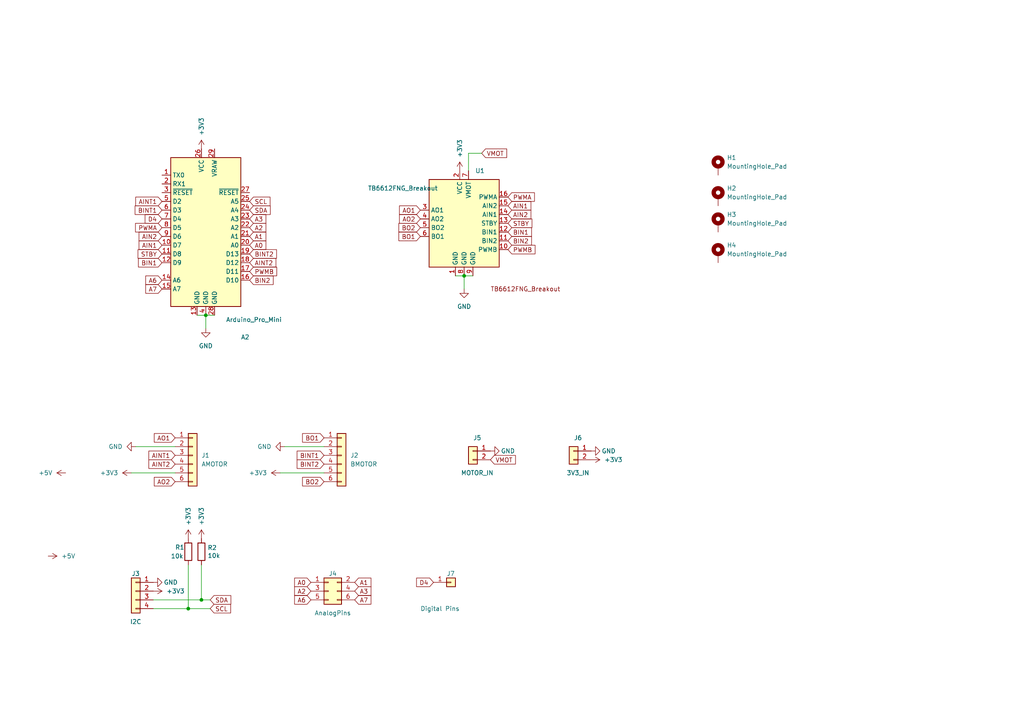
<source format=kicad_sch>
(kicad_sch (version 20230121) (generator eeschema)
  (paper "A4")
  (lib_symbols
    (symbol "Connector_Generic:Conn_01x01" (pin_names (offset 1.016) hide)
      (property "Reference" "J" (at 0 2.54 0))
      (property "Value" "Conn_01x01" (at 0 -2.54 0))
      (symbol "Conn_01x01_1_1"
        (rectangle (start -1.27 0.127) (end 0 -0.127) (stroke (width 0.1524)))
        (rectangle (start -1.27 1.27) (end 1.27 -1.27) (stroke (width 0.254)) (fill (type background)))
        (pin passive line (at -5.08 0 0) (length 3.81) (name "Pin_1") (number "1"))
      )
    )
    (symbol "Connector_Generic:Conn_01x02" (pin_names (offset 1.016) hide)
      (property "Reference" "J" (at 0 2.54 0))
      (property "Value" "Conn_01x02" (at 0 -5.08 0))
      (symbol "Conn_01x02_1_1"
        (rectangle (start -1.27 -2.413) (end 0 -2.667) (stroke (width 0.1524)))
        (rectangle (start -1.27 0.127) (end 0 -0.127) (stroke (width 0.1524)))
        (rectangle (start -1.27 1.27) (end 1.27 -3.81) (stroke (width 0.254)) (fill (type background)))
        (pin passive line (at -5.08 0 0) (length 3.81) (name "Pin_1") (number "1"))
        (pin passive line (at -5.08 -2.54 0) (length 3.81) (name "Pin_2") (number "2"))
      )
    )
    (symbol "Connector_Generic:Conn_01x04" (pin_names (offset 1.016) hide)
      (property "Reference" "J" (at 0 5.08 0))
      (property "Value" "Conn_01x04" (at 0 -7.62 0))
      (symbol "Conn_01x04_1_1"
        (rectangle (start -1.27 -4.953) (end 0 -5.207) (stroke (width 0.1524)))
        (rectangle (start -1.27 -2.413) (end 0 -2.667) (stroke (width 0.1524)))
        (rectangle (start -1.27 0.127) (end 0 -0.127) (stroke (width 0.1524)))
        (rectangle (start -1.27 2.667) (end 0 2.413) (stroke (width 0.1524)))
        (rectangle (start -1.27 3.81) (end 1.27 -6.35) (stroke (width 0.254)) (fill (type background)))
        (pin passive line (at -5.08 2.54 0) (length 3.81) (name "Pin_1") (number "1"))
        (pin passive line (at -5.08 0 0) (length 3.81) (name "Pin_2") (number "2"))
        (pin passive line (at -5.08 -2.54 0) (length 3.81) (name "Pin_3") (number "3"))
        (pin passive line (at -5.08 -5.08 0) (length 3.81) (name "Pin_4") (number "4"))
      )
    )
    (symbol "Connector_Generic:Conn_01x06" (pin_names (offset 1.016) hide)
      (property "Reference" "J" (at 0 7.62 0))
      (property "Value" "Conn_01x06" (at 0 -10.16 0))
      (symbol "Conn_01x06_1_1"
        (rectangle (start -1.27 -7.493) (end 0 -7.747) (stroke (width 0.1524)))
        (rectangle (start -1.27 -4.953) (end 0 -5.207) (stroke (width 0.1524)))
        (rectangle (start -1.27 -2.413) (end 0 -2.667) (stroke (width 0.1524)))
        (rectangle (start -1.27 0.127) (end 0 -0.127) (stroke (width 0.1524)))
        (rectangle (start -1.27 2.667) (end 0 2.413) (stroke (width 0.1524)))
        (rectangle (start -1.27 5.207) (end 0 4.953) (stroke (width 0.1524)))
        (rectangle (start -1.27 6.35) (end 1.27 -8.89) (stroke (width 0.254)) (fill (type background)))
        (pin passive line (at -5.08 5.08 0) (length 3.81) (name "Pin_1") (number "1"))
        (pin passive line (at -5.08 2.54 0) (length 3.81) (name "Pin_2") (number "2"))
        (pin passive line (at -5.08 0 0) (length 3.81) (name "Pin_3") (number "3"))
        (pin passive line (at -5.08 -2.54 0) (length 3.81) (name "Pin_4") (number "4"))
        (pin passive line (at -5.08 -5.08 0) (length 3.81) (name "Pin_5") (number "5"))
        (pin passive line (at -5.08 -7.62 0) (length 3.81) (name "Pin_6") (number "6"))
      )
    )
    (symbol "Connector_Generic:Conn_02x03_Odd_Even" (pin_names (offset 1.016) hide)
      (property "Reference" "J" (at 1.27 5.08 0))
      (property "Value" "Conn_02x03_Odd_Even" (at 1.27 -5.08 0))
      (symbol "Conn_02x03_Odd_Even_1_1"
        (rectangle (start -1.27 -2.413) (end 0 -2.667) (stroke (width 0.1524)))
        (rectangle (start -1.27 0.127) (end 0 -0.127) (stroke (width 0.1524)))
        (rectangle (start -1.27 2.667) (end 0 2.413) (stroke (width 0.1524)))
        (rectangle (start -1.27 3.81) (end 3.81 -3.81) (stroke (width 0.254)) (fill (type background)))
        (rectangle (start 3.81 -2.413) (end 2.54 -2.667) (stroke (width 0.1524)))
        (rectangle (start 3.81 0.127) (end 2.54 -0.127) (stroke (width 0.1524)))
        (rectangle (start 3.81 2.667) (end 2.54 2.413) (stroke (width 0.1524)))
        (pin passive line (at -5.08 2.54 0) (length 3.81) (name "Pin_1") (number "1"))
        (pin passive line (at 7.62 2.54 180) (length 3.81) (name "Pin_2") (number "2"))
        (pin passive line (at -5.08 0 0) (length 3.81) (name "Pin_3") (number "3"))
        (pin passive line (at 7.62 0 180) (length 3.81) (name "Pin_4") (number "4"))
        (pin passive line (at -5.08 -2.54 0) (length 3.81) (name "Pin_5") (number "5"))
        (pin passive line (at 7.62 -2.54 180) (length 3.81) (name "Pin_6") (number "6"))
      )
    )
    (symbol "Device:R" (pin_numbers hide) (pin_names (offset 0))
      (property "Reference" "R" (at 2.032 0 90))
      (property "Value" "R" (at 0 0 90))
      (symbol "R_0_1"
        (rectangle (start -1.016 -2.54) (end 1.016 2.54) (stroke (width 0.254)))
      )
      (symbol "R_1_1"
        (pin passive line (at 0 3.81 270) (length 1.27) (name "~") (number "1"))
        (pin passive line (at 0 -3.81 90) (length 1.27) (name "~") (number "2"))
      )
    )
    (symbol "Mechanical:MountingHole_Pad" (pin_numbers hide) (pin_names (offset 1.016) hide)
      (property "Reference" "H" (at 0 6.35 0))
      (property "Value" "MountingHole_Pad" (at 0 4.445 0))
      (symbol "MountingHole_Pad_0_1"
        (circle (center 0 1.27) (radius 1.27) (stroke (width 1.27)))
      )
      (symbol "MountingHole_Pad_1_1"
        (pin input line (at 0 -2.54 90) (length 2.54) (name "1") (number "1"))
      )
    )
    (symbol "ProjectSymbols:Arduino_Pro_Mini"
      (property "Reference" "A2" (at 11.43 -29.21 0))
      (property "Value" "Arduino_Pro_Mini" (at 13.97 -24.13 0))
      (symbol "Arduino_Pro_Mini_0_1"
        (rectangle (start -10.16 22.86) (end 10.16 -20.32) (stroke (width 0.254)) (fill (type background)))
      )
      (symbol "Arduino_Pro_Mini_1_1"
        (pin bidirectional line (at -12.7 17.78 0) (length 2.54) (name "TX0") (number "1"))
        (pin bidirectional line (at -12.7 -2.54 0) (length 2.54) (name "D7") (number "10"))
        (pin bidirectional line (at -12.7 -5.08 0) (length 2.54) (name "D8") (number "11"))
        (pin bidirectional line (at -12.7 -7.62 0) (length 2.54) (name "D9") (number "12"))
        (pin power_in line (at -2.54 -22.86 90) (length 2.54) (name "GND") (number "13"))
        (pin bidirectional line (at -12.7 -12.7 0) (length 2.54) (name "A6") (number "14"))
        (pin bidirectional line (at -12.7 -15.24 0) (length 2.54) (name "A7") (number "15"))
        (pin bidirectional line (at 12.7 -12.7 180) (length 2.54) (name "D10") (number "16"))
        (pin bidirectional line (at 12.7 -10.16 180) (length 2.54) (name "D11") (number "17"))
        (pin bidirectional line (at 12.7 -7.62 180) (length 2.54) (name "D12") (number "18"))
        (pin bidirectional line (at 12.7 -5.08 180) (length 2.54) (name "D13") (number "19"))
        (pin bidirectional line (at -12.7 15.24 0) (length 2.54) (name "RX1") (number "2"))
        (pin bidirectional line (at 12.7 -2.54 180) (length 2.54) (name "A0") (number "20"))
        (pin bidirectional line (at 12.7 0 180) (length 2.54) (name "A1") (number "21"))
        (pin bidirectional line (at 12.7 2.54 180) (length 2.54) (name "A2") (number "22"))
        (pin bidirectional line (at 12.7 5.08 180) (length 2.54) (name "A3") (number "23"))
        (pin bidirectional line (at 12.7 7.62 180) (length 2.54) (name "A4") (number "24"))
        (pin bidirectional line (at 12.7 10.16 180) (length 2.54) (name "A5") (number "25"))
        (pin power_out line (at -1.27 25.4 270) (length 2.54) (name "VCC") (number "26"))
        (pin input line (at 12.7 12.7 180) (length 2.54) (name "~{RESET}") (number "27"))
        (pin power_in line (at 2.54 -22.86 90) (length 2.54) (name "GND") (number "28"))
        (pin power_out line (at 2.54 25.4 270) (length 2.54) (name "VRAW") (number "29"))
        (pin input line (at -12.7 12.7 0) (length 2.54) (name "~{RESET}") (number "3"))
        (pin power_in line (at 0 -22.86 90) (length 2.54) (name "GND") (number "4"))
        (pin bidirectional line (at -12.7 10.16 0) (length 2.54) (name "D2") (number "5"))
        (pin bidirectional line (at -12.7 7.62 0) (length 2.54) (name "D3") (number "6"))
        (pin bidirectional line (at -12.7 5.08 0) (length 2.54) (name "D4") (number "7"))
        (pin bidirectional line (at -12.7 2.54 0) (length 2.54) (name "D5") (number "8"))
        (pin bidirectional line (at -12.7 0 0) (length 2.54) (name "D6") (number "9"))
      )
    )
    (symbol "ProjectSymbols:TB6612FNG_Breakout"
      (property "Reference" "U" (at -11.43 15.24 0))
      (symbol "TB6612FNG_Breakout_0_1"
        (rectangle (start -10.16 12.7) (end 10.16 -12.7) (stroke (width 0.254)) (fill (type background)))
      )
      (symbol "TB6612FNG_Breakout_1_1"
        (text "TB6612FNG_Breakout" (at 17.78 -19.05 0) (effects (font (size 1.27 1.27))))
        (pin power_in line (at -2.54 -15.24 90) (length 2.54) (name "GND") (number "1"))
        (pin input line (at 12.7 -7.62 180) (length 2.54) (name "PWMB") (number "10"))
        (pin input line (at 12.7 -5.08 180) (length 2.54) (name "BIN2") (number "11"))
        (pin input line (at 12.7 -2.54 180) (length 2.54) (name "BIN1") (number "12"))
        (pin input line (at 12.7 0 180) (length 2.54) (name "STBY") (number "13"))
        (pin input line (at 12.7 2.54 180) (length 2.54) (name "AIN1") (number "14"))
        (pin input line (at 12.7 5.08 180) (length 2.54) (name "AIN2") (number "15"))
        (pin input line (at 12.7 7.62 180) (length 2.54) (name "PWMA") (number "16"))
        (pin power_out line (at -1.27 15.24 270) (length 2.54) (name "VCC") (number "2"))
        (pin output line (at -12.7 3.81 0) (length 2.54) (name "AO1") (number "3"))
        (pin output line (at -12.7 1.27 0) (length 2.54) (name "AO2") (number "4"))
        (pin output line (at -12.7 -1.27 0) (length 2.54) (name "BO2") (number "5"))
        (pin output line (at -12.7 -3.81 0) (length 2.54) (name "BO1") (number "6"))
        (pin power_out line (at 1.27 15.24 270) (length 2.54) (name "VMOT") (number "7"))
        (pin power_in line (at 0 -15.24 90) (length 2.54) (name "GND") (number "8"))
        (pin power_in line (at 2.54 -15.24 90) (length 2.54) (name "GND") (number "9"))
      )
    )
    (symbol "power:+3V3" (power) (pin_names (offset 0))
      (property "Value" "+3V3" (at 0 3.556 0))
      (symbol "+3V3_0_1"
        (polyline (pts (xy -0.762 1.27) (xy 0 2.54)))
        (polyline (pts (xy 0 0) (xy 0 2.54)))
        (polyline (pts (xy 0 2.54) (xy 0.762 1.27)))
      )
      (symbol "+3V3_1_1"
        (pin power_in line (at 0 0 90) (length 0) hide (name "+3V3") (number "1"))
      )
    )
    (symbol "power:+5V" (power) (pin_names (offset 0))
      (property "Value" "+5V" (at 0 3.556 0))
      (symbol "+5V_0_1"
        (polyline (pts (xy -0.762 1.27) (xy 0 2.54)))
        (polyline (pts (xy 0 0) (xy 0 2.54)))
        (polyline (pts (xy 0 2.54) (xy 0.762 1.27)))
      )
      (symbol "+5V_1_1"
        (pin power_in line (at 0 0 90) (length 0) hide (name "+5V") (number "1"))
      )
    )
    (symbol "power:GND" (power) (pin_names (offset 0))
      (property "Value" "GND" (at 0 -3.81 0))
      (symbol "GND_0_1"
        (polyline (pts (xy 0 0) (xy 0 -1.27) (xy 1.27 -1.27) (xy 0 -2.54) (xy -1.27 -1.27) (xy 0 -1.27)))
      )
      (symbol "GND_1_1"
        (pin power_in line (at 0 0 270) (length 0) hide (name "GND") (number "1"))
      )
    )
  )
  (junction (at 54.61 176.53))
  (junction (at 58.42 173.99))
  (junction (at 59.69 91.44))
  (junction (at 134.62 80.01))
  (wire (pts (xy 134.62 80.01) (xy 134.62 83.82)))
  (wire (pts (xy 58.42 163.83) (xy 58.42 173.99)))
  (wire (pts (xy 139.7 44.45) (xy 135.89 44.45)))
  (wire (pts (xy 135.89 44.45) (xy 135.89 49.53)))
  (wire (pts (xy 134.62 80.01) (xy 137.16 80.01)))
  (wire (pts (xy 54.61 163.83) (xy 54.61 176.53)))
  (wire (pts (xy 132.08 80.01) (xy 134.62 80.01)))
  (wire (pts (xy 54.61 176.53) (xy 44.45 176.53)))
  (wire (pts (xy 82.55 129.54) (xy 93.98 129.54)))
  (wire (pts (xy 57.15 91.44) (xy 59.69 91.44)))
  (wire (pts (xy 38.1 137.16) (xy 50.8 137.16)))
  (wire (pts (xy 59.69 95.25) (xy 59.69 91.44)))
  (wire (pts (xy 60.96 176.53) (xy 54.61 176.53)))
  (wire (pts (xy 58.42 173.99) (xy 60.96 173.99)))
  (wire (pts (xy 39.37 129.54) (xy 50.8 129.54)))
  (wire (pts (xy 44.45 173.99) (xy 58.42 173.99)))
  (wire (pts (xy 59.69 91.44) (xy 62.23 91.44)))
  (wire (pts (xy 81.28 137.16) (xy 93.98 137.16)))
  (global_label "BIN2" (shape input) (at 72.39 81.28 0) (property "Intersheetrefs" "${INTERSHEET_REFS}" (effects hide)))
  (global_label "A3" (shape input) (at 72.39 63.5 0) (property "Intersheetrefs" "${INTERSHEET_REFS}" (effects hide)))
  (global_label "AO2" (shape input) (at 50.8 139.7 180) (property "Intersheetrefs" "${INTERSHEET_REFS}" (effects hide)))
  (global_label "AO2" (shape input) (at 121.92 63.5 180) (property "Intersheetrefs" "${INTERSHEET_REFS}" (effects hide)))
  (global_label "A7" (shape input) (at 102.87 173.99 0) (property "Intersheetrefs" "${INTERSHEET_REFS}" (effects hide)))
  (global_label "AIN1" (shape input) (at 147.32 59.69 0) (property "Intersheetrefs" "${INTERSHEET_REFS}" (effects hide)))
  (global_label "AINT1" (shape input) (at 46.99 58.42 180) (property "Intersheetrefs" "${INTERSHEET_REFS}" (effects hide)))
  (global_label "BO1" (shape input) (at 93.98 127 180) (property "Intersheetrefs" "${INTERSHEET_REFS}" (effects hide)))
  (global_label "A2" (shape input) (at 90.17 171.45 180) (property "Intersheetrefs" "${INTERSHEET_REFS}" (effects hide)))
  (global_label "AIN2" (shape input) (at 46.99 68.58 180) (property "Intersheetrefs" "${INTERSHEET_REFS}" (effects hide)))
  (global_label "STBY" (shape input) (at 46.99 73.66 180) (property "Intersheetrefs" "${INTERSHEET_REFS}" (effects hide)))
  (global_label "A6" (shape input) (at 90.17 173.99 180) (property "Intersheetrefs" "${INTERSHEET_REFS}" (effects hide)))
  (global_label "VMOT" (shape input) (at 139.7 44.45 0) (property "Intersheetrefs" "${INTERSHEET_REFS}" (effects hide)))
  (global_label "AINT2" (shape input) (at 50.8 134.62 180) (property "Intersheetrefs" "${INTERSHEET_REFS}" (effects hide)))
  (global_label "STBY" (shape input) (at 147.32 64.77 0) (property "Intersheetrefs" "${INTERSHEET_REFS}" (effects hide)))
  (global_label "BIN1" (shape input) (at 147.32 67.31 0) (property "Intersheetrefs" "${INTERSHEET_REFS}" (effects hide)))
  (global_label "A0" (shape input) (at 90.17 168.91 180) (property "Intersheetrefs" "${INTERSHEET_REFS}" (effects hide)))
  (global_label "BINT2" (shape input) (at 72.39 73.66 0) (property "Intersheetrefs" "${INTERSHEET_REFS}" (effects hide)))
  (global_label "A1" (shape input) (at 72.39 68.58 0) (property "Intersheetrefs" "${INTERSHEET_REFS}" (effects hide)))
  (global_label "SCL" (shape input) (at 72.39 58.42 0) (property "Intersheetrefs" "${INTERSHEET_REFS}" (effects hide)))
  (global_label "PWMB" (shape input) (at 72.39 78.74 0) (property "Intersheetrefs" "${INTERSHEET_REFS}" (effects hide)))
  (global_label "BO2" (shape input) (at 121.92 66.04 180) (property "Intersheetrefs" "${INTERSHEET_REFS}" (effects hide)))
  (global_label "BIN2" (shape input) (at 147.32 69.85 0) (property "Intersheetrefs" "${INTERSHEET_REFS}" (effects hide)))
  (global_label "A2" (shape input) (at 72.39 66.04 0) (property "Intersheetrefs" "${INTERSHEET_REFS}" (effects hide)))
  (global_label "SDA" (shape input) (at 60.96 173.99 0) (property "Intersheetrefs" "${INTERSHEET_REFS}" (effects hide)))
  (global_label "BINT2" (shape input) (at 93.98 134.62 180) (property "Intersheetrefs" "${INTERSHEET_REFS}" (effects hide)))
  (global_label "AO1" (shape input) (at 121.92 60.96 180) (property "Intersheetrefs" "${INTERSHEET_REFS}" (effects hide)))
  (global_label "AINT2" (shape input) (at 72.39 76.2 0) (property "Intersheetrefs" "${INTERSHEET_REFS}" (effects hide)))
  (global_label "D4" (shape input) (at 125.73 168.91 180) (property "Intersheetrefs" "${INTERSHEET_REFS}" (effects hide)))
  (global_label "BIN1" (shape input) (at 46.99 76.2 180) (property "Intersheetrefs" "${INTERSHEET_REFS}" (effects hide)))
  (global_label "PWMB" (shape input) (at 147.32 72.39 0) (property "Intersheetrefs" "${INTERSHEET_REFS}" (effects hide)))
  (global_label "AINT1" (shape input) (at 50.8 132.08 180) (property "Intersheetrefs" "${INTERSHEET_REFS}" (effects hide)))
  (global_label "SCL" (shape input) (at 60.96 176.53 0) (property "Intersheetrefs" "${INTERSHEET_REFS}" (effects hide)))
  (global_label "BO1" (shape input) (at 121.92 68.58 180) (property "Intersheetrefs" "${INTERSHEET_REFS}" (effects hide)))
  (global_label "A7" (shape input) (at 46.99 83.82 180) (property "Intersheetrefs" "${INTERSHEET_REFS}" (effects hide)))
  (global_label "PWMA" (shape input) (at 147.32 57.15 0) (property "Intersheetrefs" "${INTERSHEET_REFS}" (effects hide)))
  (global_label "A3" (shape input) (at 102.87 171.45 0) (property "Intersheetrefs" "${INTERSHEET_REFS}" (effects hide)))
  (global_label "A0" (shape input) (at 72.39 71.12 0) (property "Intersheetrefs" "${INTERSHEET_REFS}" (effects hide)))
  (global_label "A1" (shape input) (at 102.87 168.91 0) (property "Intersheetrefs" "${INTERSHEET_REFS}" (effects hide)))
  (global_label "SDA" (shape input) (at 72.39 60.96 0) (property "Intersheetrefs" "${INTERSHEET_REFS}" (effects hide)))
  (global_label "AIN2" (shape input) (at 147.32 62.23 0) (property "Intersheetrefs" "${INTERSHEET_REFS}" (effects hide)))
  (global_label "VMOT" (shape input) (at 142.24 133.35 0) (property "Intersheetrefs" "${INTERSHEET_REFS}" (effects hide)))
  (global_label "PWMA" (shape input) (at 46.99 66.04 180) (property "Intersheetrefs" "${INTERSHEET_REFS}" (effects hide)))
  (global_label "AO1" (shape input) (at 50.8 127 180) (property "Intersheetrefs" "${INTERSHEET_REFS}" (effects hide)))
  (global_label "BINT1" (shape input) (at 46.99 60.96 180) (property "Intersheetrefs" "${INTERSHEET_REFS}" (effects hide)))
  (global_label "A6" (shape input) (at 46.99 81.28 180) (property "Intersheetrefs" "${INTERSHEET_REFS}" (effects hide)))
  (global_label "BINT1" (shape input) (at 93.98 132.08 180) (property "Intersheetrefs" "${INTERSHEET_REFS}" (effects hide)))
  (global_label "AIN1" (shape input) (at 46.99 71.12 180) (property "Intersheetrefs" "${INTERSHEET_REFS}" (effects hide)))
  (global_label "BO2" (shape input) (at 93.98 139.7 180) (property "Intersheetrefs" "${INTERSHEET_REFS}" (effects hide)))
  (global_label "D4" (shape input) (at 46.99 63.5 180) (property "Intersheetrefs" "${INTERSHEET_REFS}" (effects hide)))
  (symbol (lib_id "Mechanical:MountingHole_Pad") (at 208.28 57.15 0) (unit 1)
    (property "Reference" "H2" (at 210.82 54.61 0) (effects (justify left)))
    (property "Value" "MountingHole_Pad" (at 210.82 57.15 0) (effects (justify left)))
    (property "Footprint" "MountingHole:MountingHole_2.5mm_Pad" (effects hide))
  )
  (symbol (lib_id "Mechanical:MountingHole_Pad") (at 208.28 73.66 0) (unit 1)
    (property "Reference" "H4" (at 210.82 71.12 0) (effects (justify left)))
    (property "Value" "MountingHole_Pad" (at 210.82 73.66 0) (effects (justify left)))
    (property "Footprint" "MountingHole:MountingHole_2.5mm_Pad" (effects hide))
  )
  (symbol (lib_id "Mechanical:MountingHole_Pad") (at 208.28 64.77 0) (unit 1)
    (property "Reference" "H3" (at 210.82 62.23 0) (effects (justify left)))
    (property "Value" "MountingHole_Pad" (at 210.82 64.77 0) (effects (justify left)))
    (property "Footprint" "MountingHole:MountingHole_2.5mm_Pad" (effects hide))
  )
  (symbol (lib_id "power:+3V3") (at 44.45 171.45 270) (unit 1)
    (property "Reference" "#PWR028" (effects hide))
    (property "Value" "+3V3" (at 48.26 171.45 90) (effects (justify left)))
  )
  (symbol (lib_id "power:+3V3") (at 171.45 133.35 270) (unit 1)
    (property "Reference" "#PWR01" (effects hide))
    (property "Value" "+3V3" (at 175.26 133.35 90) (effects (justify left)))
  )
  (symbol (lib_id "Connector_Generic:Conn_01x06") (at 55.88 132.08 0) (unit 1)
    (property "Reference" "J1" (at 58.42 132.08 0) (effects (justify left)))
    (property "Value" "AMOTOR" (at 58.42 134.62 0) (effects (justify left)))
    (property "Footprint" "Connector_JST:JST_XH_B6B-XH-A_1x06_P2.50mm_Vertical" (effects hide))
  )
  (symbol (lib_id "power:GND") (at 82.55 129.54 270) (unit 1)
    (property "Reference" "#PWR012" (effects hide))
    (property "Value" "GND" (at 78.74 129.54 90) (effects (justify right)))
  )
  (symbol (lib_id "Connector_Generic:Conn_01x04") (at 39.37 171.45 0) (mirror y) (unit 1)
    (property "Reference" "J3" (at 39.37 166.37 0))
    (property "Value" "I2C" (at 39.37 180.34 0))
    (property "Footprint" "Connector_JST:JST_XH_B4B-XH-A_1x04_P2.50mm_Vertical" (effects hide))
  )
  (symbol (lib_id "Connector_Generic:Conn_01x01") (at 130.81 168.91 0) (unit 1)
    (property "Reference" "J7" (at 129.54 166.37 0) (effects (justify left)))
    (property "Value" "Digital Pins" (at 121.92 176.53 0) (effects (justify left)))
    (property "Footprint" "Connector_PinHeader_2.54mm:PinHeader_1x01_P2.54mm_Vertical" (effects hide))
  )
  (symbol (lib_id "ProjectSymbols:TB6612FNG_Breakout") (at 134.62 64.77 0) (unit 1)
    (property "Reference" "U1" (at 137.8459 49.53 0) (effects (justify left)))
    (property "Value" "TB6612FNG_Breakout" (at 116.84 54.61 0))
    (property "Footprint" "ProjectFootPrintLibrary:TB6612FBG_Breakout" (effects hide))
  )
  (symbol (lib_id "power:+3V3") (at 58.42 156.21 0) (unit 1)
    (property "Reference" "#PWR016" (effects hide))
    (property "Value" "+3V3" (at 58.42 152.4 90) (effects (justify left)))
  )
  (symbol (lib_id "Connector_Generic:Conn_02x03_Odd_Even") (at 95.25 171.45 0) (unit 1)
    (property "Reference" "J4" (at 96.52 166.37 0))
    (property "Value" "AnalogPins" (at 96.52 177.8 0))
    (property "Footprint" "Connector_PinHeader_2.54mm:PinHeader_2x03_P2.54mm_Vertical" (effects hide))
  )
  (symbol (lib_id "Connector_Generic:Conn_01x06") (at 99.06 132.08 0) (unit 1)
    (property "Reference" "J2" (at 101.6 132.08 0) (effects (justify left)))
    (property "Value" "BMOTOR" (at 101.6 134.62 0) (effects (justify left)))
    (property "Footprint" "Connector_JST:JST_XH_B6B-XH-A_1x06_P2.50mm_Vertical" (effects hide))
  )
  (symbol (lib_id "power:GND") (at 134.62 83.82 0) (unit 1)
    (property "Reference" "#PWR02" (effects hide))
    (property "Value" "GND" (at 134.62 88.9 0))
  )
  (symbol (lib_id "power:+3V3") (at 133.35 49.53 0) (unit 1)
    (property "Reference" "#PWR029" (effects hide))
    (property "Value" "+3V3" (at 133.35 45.72 90) (effects (justify left)))
  )
  (symbol (lib_id "Mechanical:MountingHole_Pad") (at 208.28 48.26 0) (unit 1)
    (property "Reference" "H1" (at 210.82 45.72 0) (effects (justify left)))
    (property "Value" "MountingHole_Pad" (at 210.82 48.26 0) (effects (justify left)))
    (property "Footprint" "MountingHole:MountingHole_2.5mm_Pad" (effects hide))
  )
  (symbol (lib_id "power:+5V") (at 13.97 161.29 270) (unit 1)
    (property "Reference" "#PWR014" (effects hide))
    (property "Value" "+5V" (at 17.78 161.29 90) (effects (justify left)))
  )
  (symbol (lib_id "Device:R") (at 54.61 160.02 0) (unit 1)
    (property "Reference" "R1" (at 50.8 158.75 0) (effects (justify left)))
    (property "Value" "10k" (at 49.53 161.29 0) (effects (justify left)))
    (property "Footprint" "Resistor_THT:R_Axial_DIN0207_L6.3mm_D2.5mm_P7.62mm_Horizontal" (effects hide))
  )
  (symbol (lib_id "power:GND") (at 142.24 130.81 90) (unit 1)
    (property "Reference" "#PWR017" (effects hide))
    (property "Value" "GND" (at 147.32 130.81 90))
  )
  (symbol (lib_id "power:+3V3") (at 81.28 137.16 90) (unit 1)
    (property "Reference" "#PWR027" (effects hide))
    (property "Value" "+3V3" (at 77.47 137.16 90) (effects (justify left)))
  )
  (symbol (lib_id "ProjectSymbols:Arduino_Pro_Mini") (at 59.69 68.58 0) (unit 1)
    (property "Reference" "A2" (at 71.12 97.79 0))
    (property "Value" "Arduino_Pro_Mini" (at 73.66 92.71 0))
    (property "Footprint" "ProjectFootPrintLibrary:Arduino Pro Mini" (effects hide))
  )
  (symbol (lib_id "power:+5V") (at 19.05 137.16 90) (unit 1)
    (property "Reference" "#PWR010" (effects hide))
    (property "Value" "+5V" (at 15.24 137.16 90) (effects (justify left)))
  )
  (symbol (lib_id "power:+3V3") (at 38.1 137.16 90) (unit 1)
    (property "Reference" "#PWR011" (effects hide))
    (property "Value" "+3V3" (at 34.29 137.16 90) (effects (justify left)))
  )
  (symbol (lib_id "Device:R") (at 58.42 160.02 0) (unit 1)
    (property "Reference" "R2" (at 60.198 158.8516 0) (effects (justify left)))
    (property "Value" "10k" (at 60.198 161.163 0) (effects (justify left)))
    (property "Footprint" "Resistor_THT:R_Axial_DIN0207_L6.3mm_D2.5mm_P7.62mm_Horizontal" (effects hide))
  )
  (symbol (lib_id "power:GND") (at 39.37 129.54 270) (unit 1)
    (property "Reference" "#PWR04" (effects hide))
    (property "Value" "GND" (at 35.56 129.54 90) (effects (justify right)))
  )
  (symbol (lib_id "Connector_Generic:Conn_01x02") (at 137.16 130.81 0) (mirror y) (unit 1)
    (property "Reference" "J5" (at 138.43 127 0))
    (property "Value" "MOTOR_IN" (at 138.43 137.16 0))
    (property "Footprint" "Connector_JST:JST_XH_B2B-XH-A_1x02_P2.50mm_Vertical" (effects hide))
  )
  (symbol (lib_id "power:GND") (at 44.45 168.91 90) (unit 1)
    (property "Reference" "#PWR013" (effects hide))
    (property "Value" "GND" (at 49.53 168.91 90))
  )
  (symbol (lib_id "power:+3V3") (at 54.61 156.21 0) (unit 1)
    (property "Reference" "#PWR015" (effects hide))
    (property "Value" "+3V3" (at 54.61 152.4 90) (effects (justify left)))
  )
  (symbol (lib_id "power:GND") (at 171.45 130.81 90) (unit 1)
    (property "Reference" "#PWR09" (effects hide))
    (property "Value" "GND" (at 176.53 130.81 90))
  )
  (symbol (lib_id "power:+3V3") (at 58.42 43.18 0) (unit 1)
    (property "Reference" "#PWR020" (effects hide))
    (property "Value" "+3V3" (at 58.42 39.37 90) (effects (justify left)))
  )
  (symbol (lib_id "Connector_Generic:Conn_01x02") (at 166.37 130.81 0) (mirror y) (unit 1)
    (property "Reference" "J6" (at 167.64 127 0))
    (property "Value" "3V3_IN" (at 167.64 137.16 0))
    (property "Footprint" "Connector_JST:JST_XH_B2B-XH-A_1x02_P2.50mm_Vertical" (effects hide))
  )
  (symbol (lib_id "power:GND") (at 59.69 95.25 0) (unit 1)
    (property "Reference" "#PWR018" (effects hide))
    (property "Value" "GND" (at 59.69 100.33 0))
  )
)
</source>
